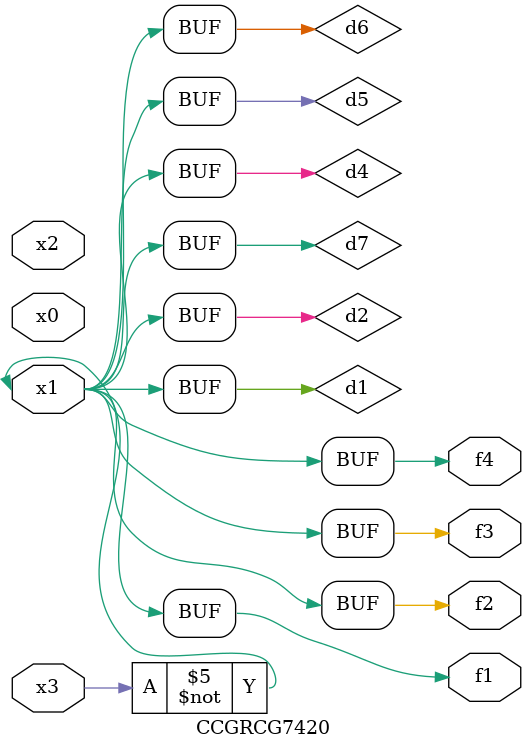
<source format=v>
module CCGRCG7420(
	input x0, x1, x2, x3,
	output f1, f2, f3, f4
);

	wire d1, d2, d3, d4, d5, d6, d7;

	not (d1, x3);
	buf (d2, x1);
	xnor (d3, d1, d2);
	nor (d4, d1);
	buf (d5, d1, d2);
	buf (d6, d4, d5);
	nand (d7, d4);
	assign f1 = d6;
	assign f2 = d7;
	assign f3 = d6;
	assign f4 = d6;
endmodule

</source>
